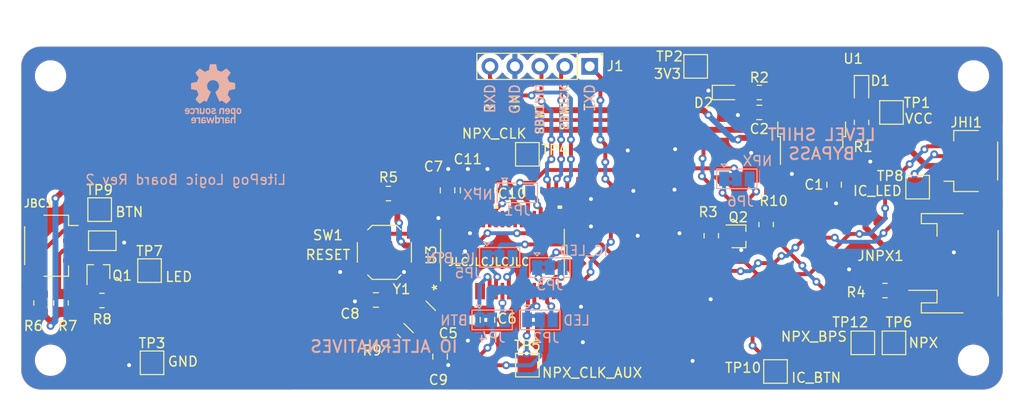
<source format=kicad_pcb>
(kicad_pcb (version 20221018) (generator pcbnew)
  (layers (0 "F.Cu" signal) (31 "B.Cu" signal) (34 "B.Paste" user) (35 "F.Paste" user) (36 "B.SilkS" user "B.Silkscreen") (37 "F.SilkS" user "F.Silkscreen") (38 "B.Mask" user) (39 "F.Mask" user) (44 "Edge.Cuts" user))
  (net 0 "")
  (net 1 "VCC")
  (net 2 "GND")
  (net 3 "+3V3")
  (net 4 "XIN")
  (net 5 "XOUT")
  (net 6 "Net-(C10-Pad1)")
  (net 7 "Net-(D1-Pad2)")
  (net 8 "Net-(D2-Pad2)")
  (net 9 "UART_RXD")
  (net 10 "SBWTDIO")
  (net 11 "SBWTCK")
  (net 12 "UART_TXD")
  (net 13 "BTN+")
  (net 14 "BTN-")
  (net 15 "LED+")
  (net 16 "LED-")
  (net 17 "IC_BTN_LED")
  (net 18 "BTN2")
  (net 19 "NPX")
  (net 20 "NPX_MCU")
  (net 21 "NPX_AUX")
  (net 22 "NPX_MAIN")
  (net 23 "LED1_AUX")
  (net 24 "LED1_MAIN")
  (net 25 "LED2_AUX")
  (net 26 "LED2_MAIN")
  (net 27 "BTN1_AUX")
  (net 28 "BTN1_MAIN")
  (net 29 "BTN2_AUX")
  (net 30 "BTN2_MAIN")
  (net 31 "NPX_MCU_BYPASS")
  (net 32 "NPX_MCU_SHIFT")
  (net 33 "LED1")
  (net 34 "NPX_DBG_CLK_MAIN")
  (net 35 "NPX_DBG_CLK_AUX")
  (footprint "Capacitor_SMD:C_0805_2012Metric" (layer "F.Cu") (at 82.804 14.097 90)
    (fp_text reference "C1")
    (fp_text value "10u")
  )
  (footprint "Capacitor_SMD:C_0805_2012Metric" (layer "F.Cu") (at 75.184 6.731 180)
    (fp_text reference "C2")
    (fp_text value "10u")
  )
  (footprint "Capacitor_SMD:C_0805_2012Metric" (layer "F.Cu") (at 45.466 27.884 -90)
    (fp_text reference "C5")
    (fp_text value "0.1u")
  )
  (footprint "Capacitor_SMD:C_0805_2012Metric" (layer "F.Cu") (at 47.498 27.884 90)
    (fp_text reference "C6")
    (fp_text value "4.7u")
  )
  (footprint "Capacitor_SMD:C_0805_2012Metric" (layer "F.Cu") (at 43.434 14.676 90)
    (fp_text reference "C7")
    (fp_text value "4.7u")
  )
  (footprint "Capacitor_SMD:C_0805_2012Metric" (layer "F.Cu") (at 36.134 25.852 180)
    (fp_text reference "C8")
    (fp_text value "15p")
  )
  (footprint "Capacitor_SMD:C_0805_2012Metric" (layer "F.Cu") (at 47.498 14.676 90)
    (fp_text reference "C10")
    (fp_text value "0.47u")
  )
  (footprint "LED_SMD:LED_0603_1608Metric" (layer "F.Cu") (at 85.598 4.445 -90)
    (fp_text reference "D1")
    (fp_text value "LED")
  )
  (footprint "LED_SMD:LED_0603_1608Metric" (layer "F.Cu") (at 71.882 4.699)
    (fp_text reference "D2")
    (fp_text value "LED")
  )
  (footprint "MountingHole:MountingHole_2.7mm_M2.5" (layer "F.Cu") (at 3 3)
    (fp_text reference "H1" hide)
    (fp_text value "MountingHole")
  )
  (footprint "MountingHole:MountingHole_2.7mm_M2.5" (layer "F.Cu") (at 3 32)
    (fp_text reference "H2" hide)
    (fp_text value "MountingHole")
  )
  (footprint "MountingHole:MountingHole_2.7mm_M2.5" (layer "F.Cu") (at 97 32)
    (fp_text reference "H3" hide)
    (fp_text value "MountingHole")
  )
  (footprint "MountingHole:MountingHole_2.7mm_M2.5" (layer "F.Cu") (at 97 3)
    (fp_text reference "H4" hide)
    (fp_text value "MountingHole")
  )
  (footprint "Connector_PinHeader_2.54mm:PinHeader_1x05_P2.54mm_Vertical" (layer "F.Cu") (at 57.912 2.032 -90)
    (fp_text reference "J1")
    (fp_text value "Conn_01x05_Male")
  )
  (footprint "Jumper:SolderJumper-2_P1.3mm_Bridged2Bar_Pad1.0x1.5mm" (layer "F.Cu") (at 8.27 19.812 180)
    (fp_text reference "JP11" hide)
    (fp_text value "Jumper")
  )
  (footprint "Package_TO_SOT_SMD:SOT-323_SC-70" (layer "F.Cu") (at 7.874 22.987 90)
    (fp_text reference "Q1")
    (fp_text value "BSS214NW")
  )
  (footprint "Resistor_SMD:R_0805_2012Metric" (layer "F.Cu") (at 85.598 7.747 90)
    (fp_text reference "R1")
    (fp_text value "110R")
  )
  (footprint "Resistor_SMD:R_0805_2012Metric" (layer "F.Cu") (at 75.184 4.699 180)
    (fp_text reference "R2")
    (fp_text value "110R")
  )
  (footprint "Resistor_SMD:R_0805_2012Metric" (layer "F.Cu") (at 87.9875 24.892)
    (fp_text reference "R4")
    (fp_text value "470R")
  )
  (footprint "Resistor_SMD:R_0805_2012Metric" (layer "F.Cu") (at 37.4125 15)
    (fp_text reference "R5")
    (fp_text value "47k")
  )
  (footprint "Resistor_SMD:R_0805_2012Metric" (layer "F.Cu") (at 2.032 26.162 -90)
    (fp_text reference "R6")
    (fp_text value "10k")
  )
  (footprint "Resistor_SMD:R_0805_2012Metric" (layer "F.Cu") (at 4.064 26.162 -90)
    (fp_text reference "R7")
    (fp_text value "110R")
  )
  (footprint "Resistor_SMD:R_0805_2012Metric" (layer "F.Cu") (at 8.2315 25.908 180)
    (fp_text reference "R8")
    (fp_text value "10k")
  )
  (footprint "TestPoint:TestPoint_Pad_2.0x2.0mm" (layer "F.Cu") (at 88.646 6.731)
    (fp_text reference "TP1")
    (fp_text value "TestPoint")
  )
  (footprint "TestPoint:TestPoint_Pad_2.0x2.0mm" (layer "F.Cu") (at 68.707 2.032)
    (fp_text reference "TP2")
    (fp_text value "TestPoint")
  )
  (footprint "TestPoint:TestPoint_Pad_2.0x2.0mm" (layer "F.Cu") (at 13.335 32.258)
    (fp_text reference "TP3")
    (fp_text value "TestPoint")
  )
  (footprint "TestPoint:TestPoint_Pad_2.0x2.0mm" (layer "F.Cu") (at 51.562 11)
    (fp_text reference "TP4")
    (fp_text value "TestPoint")
  )
  (footprint "TestPoint:TestPoint_Pad_2.0x2.0mm" (layer "F.Cu") (at 51.562 32.5)
    (fp_text reference "TP5")
    (fp_text value "TestPoint")
  )
  (footprint "TestPoint:TestPoint_Pad_2.0x2.0mm" (layer "F.Cu") (at 88.9 30.226)
    (fp_text reference "TP6")
    (fp_text value "TestPoint")
  )
  (footprint "TestPoint:TestPoint_Pad_2.0x2.0mm" (layer "F.Cu") (at 13.081 22.86)
    (fp_text reference "TP7")
    (fp_text value "TestPoint")
  )
  (footprint "TestPoint:TestPoint_Pad_2.0x2.0mm" (layer "F.Cu") (at 91.313 14.351)
    (fp_text reference "TP8")
    (fp_text value "TestPoint")
  )
  (footprint "TestPoint:TestPoint_Pad_2.0x2.0mm" (layer "F.Cu") (at 76.835 33.147)
    (fp_text reference "TP10")
    (fp_text value "TestPoint")
  )
  (footprint "TestPoint:TestPoint_Pad_2.0x2.0mm" (layer "F.Cu") (at 85.725 30.226)
    (fp_text reference "TP12")
    (fp_text value "TestPoint")
  )
  (footprint "Package_TO_SOT_SMD:TO-252-2" (layer "F.Cu") (at 80.518 6.731 90)
    (fp_text reference "U1")
    (fp_text value "NCP1117-3.3_TO252")
  )
  (footprint "Gigahawk:MSP430FR5739IDAR" (layer "F.Cu") (at 49.022 21.28 90)
    (fp_text reference "U3")
    (fp_text value "MSP430FR5739IDAR" hide)
  )
  (footprint "Gigahawk:Crystal_SMD_AWSZT-CV-2Pin_3.7x3.1mm" (layer "F.Cu") (at 40.59534 27.58534 135)
    (fp_text reference "Y1")
    (fp_text value "Crystal")
  )
  (footprint "Gigahawk:JST_SH_SM04B-SRSS-TB_1x04-1MP_P1.00mm_Horizontal" (layer "F.Cu") (at 3.048 20.32 -90)
    (fp_text reference "JBC1")
    (fp_text value "Conn_01x04")
  )
  (footprint "Gigahawk:JST_SH_SM04B-SRSS-TB_1x04-1MP_P1.00mm_Horizontal" (layer "F.Cu") (at 96.774 11.684 90)
    (fp_text reference "JHI1")
    (fp_text value "Conn_01x04")
  )
  (footprint "Capacitor_SMD:C_0805_2012Metric" (layer "F.Cu") (at 42.672 31.628 90)
    (fp_text reference "C9")
    (fp_text value "15p")
  )
  (footprint "Capacitor_SMD:C_0805_2012Metric" (layer "F.Cu") (at 45.466 14.676 90)
    (fp_text reference "C11")
    (fp_text value "0.1u")
  )
  (footprint "Button_Switch_SMD:SW_SPST_TL3342" (layer "F.Cu") (at 37 21)
    (fp_text reference "SW1")
    (fp_text value "SW_Push")
  )
  (footprint "TestPoint:TestPoint_Pad_2.0x2.0mm" (layer "F.Cu") (at 8.001 16.637)
    (fp_text reference "TP9")
    (fp_text value "TestPoint")
  )
  (footprint "Resistor_SMD:R_0805_2012Metric" (layer "F.Cu") (at 37.962765 30.032765 -45)
    (fp_text reference "R9")
    (fp_text value "1M")
  )
  (footprint "Resistor_SMD:R_0805_2012Metric" (layer "F.Cu") (at 70.2945 19.304 90)
    (fp_text reference "R3")
    (fp_text value "10k")
  )
  (footprint "Resistor_SMD:R_0805_2012Metric" (layer "F.Cu") (at 75.8825 18.161 90)
    (fp_text reference "R10")
    (fp_text value "10k")
  )
  (footprint "Package_TO_SOT_SMD:SOT-323_SC-70" (layer "F.Cu") (at 73.0885 19.3675)
    (fp_text reference "Q2")
    (fp_text value "BSS214NW")
  )
  (footprint "Gigahawk:JST_PH_S3B-PH-SM4-TB_1x03-1MP_P2.00mm_Horizontal" (layer "F.Cu") (at 94.996 22.11 90)
    (fp_text reference "JNPX1")
    (fp_text value "Conn_01x03")
  )
  (footprint "Jumper:SolderJumper-3_P1.3mm_Bridged2Bar12_Pad1.0x1.5mm" (layer "B.Cu") (at 50.546 14.93)
    (fp_text reference "JP1")
    (fp_text value "Jumper_3_Bridged12")
  )
  (footprint "Jumper:SolderJumper-3_P1.3mm_Bridged2Bar12_Pad1.0x1.5mm" (layer "B.Cu") (at 52.832 27.884)
    (fp_text reference "JP2")
    (fp_text value "Jumper_3_Bridged12")
  )
  (footprint "Jumper:SolderJumper-3_P1.3mm_Bridged2Bar12_Pad1.0x1.5mm" (layer "B.Cu") (at 53.848 22.55)
    (fp_text reference "JP3")
    (fp_text value "Jumper_3_Bridged12")
  )
  (footprint "Jumper:SolderJumper-3_P1.3mm_Bridged2Bar12_Pad1.0x1.5mm" (layer "B.Cu") (at 47.976 27.884)
    (fp_text reference "JP4")
    (fp_text value "Jumper_3_Bridged12")
  )
  (footprint "Jumper:SolderJumper-3_P1.3mm_Bridged2Bar12_Pad1.0x1.5mm" (layer "B.Cu") (at 48.738 21.5)
    (fp_text reference "JP5")
    (fp_text value "Jumper_3_Bridged12")
  )
  (footprint "Jumper:SolderJumper-3_P1.3mm_Bridged2Bar12_Pad1.0x1.5mm" (layer "B.Cu") (at 72.898 13.5)
    (fp_text reference "JP6")
    (fp_text value "Jumper_3_Bridged12")
  )
  (footprint "Symbol:OSHW-Logo_5.7x6mm_SilkScreen" (layer "B.Cu") (at 19.558 4.826 180)
    (fp_text reference "LOGO1" hide)
    (fp_text value "Logo_Open_Hardware_Small" hide)
  )
  (gr_line (start 2 0) (end 98 0) (stroke (width 0.05)) (layer "Edge.Cuts"))
  (gr_arc (start 98 0) (mid 99.414214 0.585786) (end 100 2) (stroke (width 0.05)) (layer "Edge.Cuts"))
  (gr_line (start 0 2) (end 0 33) (stroke (width 0.05)) (layer "Edge.Cuts"))
  (gr_line (start 2 35) (end 98 35) (stroke (width 0.05)) (layer "Edge.Cuts"))
  (gr_arc (start 100 33) (mid 99.414214 34.414214) (end 98 35) (stroke (width 0.05)) (layer "Edge.Cuts"))
  (gr_arc (start 2 35) (mid 0.585786 34.414214) (end 0 33) (stroke (width 0.05)) (layer "Edge.Cuts"))
  (gr_arc (start 0 2) (mid 0.585786 0.585786) (end 2 0) (stroke (width 0.05)) (layer "Edge.Cuts"))
  (gr_line (start 100 2) (end 100 33) (stroke (width 0.05)) (layer "Edge.Cuts"))
  (gr_text "BTN" (at 45.593 27.94) (layer "B.SilkS") (effects (font (size 1 1)) (justify left mirror)))
  (gr_text "IO ALTERNATIVES" (at 36.957 30.607) (layer "B.SilkS") (effects (font (size 1.2 1.2) (thickness 0.2)) (justify mirror)))
  (gr_text "IC_LED" (at 54.737 20.828) (layer "B.SilkS") (effects (font (size 1 1)) (justify right mirror)))
  (gr_text "RXD" (at 47.679381 3.75 270) (layer "B.SilkS") (effects (font (size 1 1)) (justify right mirror)))
  (gr_text "GND" (at 50.187619 3.75 270) (layer "B.SilkS") (effects (font (size 1 1)) (justify right mirror)))
  (gr_text "SBWTDIO" (at 52.752762 3.75 270) (layer "B.SilkS") (effects (font (size 0.8 0.8)) (justify right mirror)))
  (gr_text "SBWTCK" (at 55.254714 3.75 270) (layer "B.SilkS") (effects (font (size 0.8 0.8)) (justify right mirror)))
  (gr_text "TXD" (at 57.855286 3.75 270) (layer "B.SilkS") (effects (font (size 1 1)) (justify right mirror)))
  (gr_text "LEVEL SHIFT\nBYPASS" (at 81.534 9.9695) (layer "B.SilkS") (effects (font (size 1.2 1.2) (thickness 0.2)) (justify mirror)))
  (gr_text "LitePog Logic Board Rev 2" (at 16.764 13.589) (layer "B.SilkS") (effects (font (size 1 1)) (justify mirror)))
  (gr_text "NPX" (at 73.406 11.684) (layer "B.SilkS") (effects (font (size 1 1)) (justify right mirror)))
  (gr_text "LED" (at 55.118 27.94) (layer "B.SilkS") (effects (font (size 1 1)) (justify right mirror)))
  (gr_text "IC_BTN" (at 46.355 21.59) (layer "B.SilkS") (effects (font (size 1 1)) (justify left mirror)))
  (gr_text "NPX" (at 48.133 15.113) (layer "B.SilkS") (effects (font (size 1 1)) (justify left mirror)))
  (gr_text "3V3" (at 67.31 2.794) (layer "F.SilkS") (effects (font (size 1 1)) (justify right)))
  (gr_text "NPX_CLK_AUX" (at 52.959 33.274) (layer "F.SilkS") (effects (font (size 1 1)) (justify left)))
  (gr_text "BTN" (at 9.525 16.891) (layer "F.SilkS") (effects (font (size 1 1)) (justify left)))
  (gr_text "GND" (at 50.292 3.75 90) (layer "F.SilkS") (effects (font (size 1 1)) (justify right)))
  (gr_text "SBWTDIO" (at 52.832 3.75 90) (layer "F.SilkS") (effects (font (size 0.8 0.8)) (justify right)))
  (gr_text "SBWTCK" (at 55.372 3.75 90) (layer "F.SilkS") (effects (font (size 0.8 0.8)) (justify right)))
  (gr_text "TXD" (at 57.912 3.75 90) (layer "F.SilkS") (effects (font (size 1 1)) (justify right)))
  (gr_text "NPX_CLK" (at 51.562 8.89) (layer "F.SilkS") (effects (font (size 1 1)) (justify right)))
  (gr_text "NPX" (at 90.297 30.226) (layer "F.SilkS") (effects (font (size 1 1)) (justify left)))
  (gr_text "LED" (at 14.605 23.495) (layer "F.SilkS") (effects (font (size 1 1)) (justify left)))
  (gr_text "VCC" (at 89.916 7.366) (layer "F.SilkS") (effects (font (size 1 1)) (justify left)))
  (gr_text "IC_LED" (at 89.789 14.732) (layer "F.SilkS") (effects (font (size 1 1)) (justify right)))
  (gr_text "JLCJLCJLCJLC" (at 47.625 21.971) (layer "F.SilkS") (effects (font (size 0.8 0.8))))
  (gr_text "RXD" (at 47.75 3.75 90) (layer "F.SilkS") (effects (font (size 1 1)) (justify right)))
  (gr_text "NPX_BPS" (at 84.201 29.591) (layer "F.SilkS") (effects (font (size 1 1)) (justify right)))
  (gr_text "IC_BTN" (at 78.359 33.782) (layer "F.SilkS") (effects (font (size 1 1)) (justify left)))
  (gr_text "GND" (at 14.859 32.131) (layer "F.SilkS") (effects (font (size 1 1)) (justify left)))
  (gr_text "RESET" (at 31.25 21.25) (layer "F.SilkS") (effects (font (size 1 1))))
  (segment (start 3 28.0425) (end 2.032 27.0745) (width 0.6) (layer "F.Cu") (net 1))
  (segment (start 70 7) (end 69.5 6.5) (width 0.6) (layer "F.Cu") (net 1))
  (segment (start 83.431 10.931) (end 84.8285 12.3285) (width 0.6) (layer "F.Cu") (net 1))
  (segment (start 92.184 12.184) (end 88.6595 8.6595) (width 0.6) (layer "F.Cu") (net 1))
  (segment (start 75.8825 9.517998) (end 75.695501 9.330999) (width 0.4) (layer "F.Cu") (net 1))
  (segment (start 83.3265 10.931) (end 85.598 8.6595) (width 0.6) (layer "F.Cu") (net 1))
  (segment (start 3 28.1385) (end 4.064 27.0745) (width 0.6) (layer "F.Cu") (net 1))
  (segment (start 84.8285 15.1715) (end 82.804 13.147) (width 0.6) (layer "F.Cu") (net 1))
  (segment (start 94.774 12.184) (end 92.184 12.184) (width 0.6) (layer "F.Cu") (net 1))
  (segment (start 92.146 22.11) (end 89.586792 22.11) (width 0.6) (layer "F.Cu") (net 1))
  (segment (start 86.281604 18.804812) (end 86.281604 18.745604) (width 0.6) (layer "F.Cu") (net 1))
  (segment (start 84.8285 12.3285) (end 84.8285 15.1715) (width 0.6) (layer "F.Cu") (net 1))
  (segment (start 75.8825 17.2485) (end 75.8825 9.517998) (width 0.4) (layer "F.Cu") (net 1))
  (segment (start 3 28.5) (end 3 28.0425) (width 0.6) (layer "F.Cu") (net 1))
  (segment (start 88.646 6.731) (end 88.646 8.646) (width 0.6) (layer "F.Cu") (net 1))
  (segment (start 12.5 6.5) (end 3.5 15.5) (width 0.6) (layer "F.Cu") (net 1))
  (segment (start 69.5 6.5) (end 12.5 6.5) (width 0.6) (layer "F.Cu") (net 1))
  (segment (start 88.6595 8.6595) (end 85.598 8.6595) (width 0.6) (layer "F.Cu") (net 1))
  (segment (start 88.646 8.646) (end 88.6595 8.6595) (width 0.6) (layer "F.Cu") (net 1))
  (segment (start 75.695501 9.330999) (end 73.169001 9.330999) (width 0.6) (layer "F.Cu") (net 1))
  (segment (start 82.798 10.931) (end 83.3265 10.931) (width 0.6) (layer "F.Cu") (net 1))
  (segment (start 86 18.464) (end 86 16.343) (width 0.6) (layer "F.Cu") (net 1))
  (segment (start 82.798 10.931) (end 81.197999 9.330999) (width 0.6) (layer "F.Cu") (net 1))
  (segment (start 3 28.5) (end 3 28.1385) (width 0.6) (layer "F.Cu") (net 1))
  (segment (start 86 16.343) (end 84.8285 15.1715) (width 0.6) (layer "F.Cu") (net 1))
  (segment (start 89.586792 22.11) (end 86.281604 18.804812) (width 0.6) (layer "F.Cu") (net 1))
  (segment (start 86.281604 18.745604) (end 86 18.464) (width 0.6) (layer "F.Cu") (net 1))
  (segment (start 82.798 10.931) (end 83.431 10.931) (width 0.6) (layer "F.Cu") (net 1))
  (segment (start 73.169001 9.330999) (end 73 9.5) (width 0.6) (layer "F.Cu") (net 1))
  (segment (start 81.197999 9.330999) (end 75.695501 9.330999) (width 0.6) (layer "F.Cu") (net 1))
  (via (at 70 7) (size 0.8) (drill 0.4) (layers "F.Cu" "B.Cu") (net 1))
  (via (at 73 9.5) (size 0.8) (drill 0.4) (layers "F.Cu" "B.Cu") (net 1))
  (via (at 3.5 15.5) (size 0.8) (drill 0.4) (layers "F.Cu" "B.Cu") (net 1))
  (via (at 3 28.5) (size 0.8) (drill 0.4) (layers "F.Cu" "B.Cu") (net 1))
  (segment (start 3.5 28) (end 3 28.5) (width 0.6) (layer "B.Cu") (net 1))
  (segment (start 72.5 9.5) (end 70 7) (width 0.6) (layer "B.Cu") (net 1))
  (segment (start 73 9.5) (end 72.5 9.5) (width 0.6) (layer "B.Cu") (net 1))
  (segment (start 3.5 15.5) (end 3.5 28) (width 0.6) (layer "B.Cu") (net 1))
  (segment (start 11.242 32.258) (end 11 32.5) (width 0.4) (layer "F.Cu") (net 2))
  (segment (start 44.472001 24.723501) (end 44.399801 24.651301) (width 0.4) (layer "F.Cu") (net 2))
  (segment (start 35.184 25.852) (end 34.148 25.852) (width 0.4) (layer "F.Cu") (net 2))
  (segment (start 43.172002 17.6097) (end 42.6097 17.6097) (width 0.4) (layer "F.Cu") (net 2))
  (segment (start 33.85 22.9) (end 32.6 22.9) (width 0.4) (layer "F.Cu") (net 2))
  (segment (start 46.221998 19.047902) (end 45.72 19.047902) (width 0.4) (layer "F.Cu") (net 2))
  (segment (start 94.86 20.86) (end 95 21) (width 0.6) (layer "F.Cu") (net 2))
  (segment (start 46.422 18.8479) (end 46.221998 19.047902) (width 0.4) (layer "F.Cu") (net 2))
  (segment (start 32.6 22.9) (end 32.5 23) (width 0.4) (layer "F.Cu") (net 2))
  (segment (start 43.434 13.726) (end 43.434 12.566) (width 0.6) (layer "F.Cu") (net 2))
  (segment (start 47.498 12.502) (end 47.5 12.5) (width 0.6) (layer "F.Cu") (net 2))
  (segment (start 47.498 28.834) (end 45.466 28.834) (width 0.6) (layer "F.Cu") (net 2))
  (segment (start 47.498 28.834) (end 47.498 29.002) (width 0.6) (layer "F.Cu") (net 2))
  (segment (start 43.507702 22.9) (end 40.15 22.9) (width 0.4) (layer "F.Cu") (net 2))
  (segment (start 40.15 22.9) (end 39.1 22.9) (width 0.4) (layer "F.Cu") (net 2))
  (segment (start 34.148 25.852) (end 34 26) (width 0.4) (layer "F.Cu") (net 2))
  (segment (start 43.434 12.566) (end 43.5 12.5) (width 0.6) (layer "F.Cu") (net 2))
  (segment (start 42.672 32.578) (end 43.422 32.578) (width 0.4) (layer "F.Cu") (net 2))
  (segment (start 45.466 12.534) (end 45.5 12.5) (width 0.6) (layer "F.Cu") (net 2))
  (segment (start 39.1 22.9) (end 39 23) (width 0.4) (layer "F.Cu") (net 2))
  (segment (start 45.466 29.966) (end 45.5 30) (width 0.6) (layer "F.Cu") (net 2))
  (segment (start 74.234 6.731) (end 73.269 6.731) (width 0.6) (layer "F.Cu") (net 2))
  (segment (start 46.422 17.6097) (end 46.422 18.8479) (width 0.4) (layer "F.Cu") (net 2))
  (segment (start 45.466 13.726) (end 45.466 12.534) (width 0.6) (layer "F.Cu") (net 2))
  (segment (start 44.399801 24.651301) (end 44.399801 23.792099) (width 0.4) (layer "F.Cu") (net 2))
  (segment (start 47.498 13.726) (end 47.498 12.502) (width 0.6) (layer "F.Cu") (net 2))
  (segment (start 70.199 4.699) (end 70 4.5) (width 0.4) (layer "F.Cu") (net 2))
  (segment (start 78.238 10.931) (end 78.238 12.738) (width 0.6) (layer "F.Cu") (net 2))
  (segment (start 78.238 12.738) (end 78.5 13) (width 0.6) (layer "F.Cu") (net 2))
  (segment (start 10.312 19.812) (end 10.5 20) (width 0.4) (layer "F.Cu") (net 2))
  (segment (start 42.6097 17.6097) (end 42.5 17.5) (width 0.4) (layer "F.Cu") (net 2))
  (segment (start 71.0945 4.699) (end 70.199 4.699) (width 0.4) (layer "F.Cu") (net 2))
  (segment (start 43.422 32.578) (end 43.5 32.5) (width 0.4) (layer "F.Cu") (net 2))
  (segment (start 44.399801 23.792099) (end 43.507702 22.9) (width 0.4) (layer "F.Cu") (net 2))
  (segment (start 13.335 32.258) (end 11.242 32.258) (width 0.4) (layer "F.Cu") (net 2))
  (segment (start 82.804 15.047) (end 82.804 15.804) (width 0.6) (layer "F.Cu") (net 2))
  (segment (start 44.472001 24.9503) (end 44.472001 24.723501) (width 0.4) (layer "F.Cu") (net 2))
  (segment (start 45.466 28.834) (end 45.466 29.966) (width 0.6) (layer "F.Cu") (net 2))
  (segment (start 82.804 15.804) (end 83 16) (width 0.6) (layer "F.Cu") (net 2))
  (segment (start 8.92 19.812) (end 10.312 19.812) (width 0.4) (layer "F.Cu") (net 2))
  (segment (start 73.269 6.731) (end 73 7) (width 0.6) (layer "F.Cu") (net 2))
  (via (at 45.5 12.5) (size 0.8) (drill 0.4) (layers "F.Cu" "B.Cu") (net 2))
  (via (at 70.231 25.781) (size 0.8) (drill 0.4) (layers "F.Cu" "B.Cu") (net 2))
  (via (at 34 26) (size 0.8) (drill 0.4) (layers "F.Cu" "B.Cu") (net 2))
  (via (at 42.5 17.5) (size 0.8) (drill 0.4) (layers "F.Cu" "B.Cu") (net 2))
  (via (at 86.487 11.7475) (size 0.8) (drill 0.4) (layers "F.Cu" "B.Cu") (net 2))
  (via (at 45.212 20.8915) (size 0.8) (drill 0.4) (layers "F.Cu" "B.Cu") (net 2))
  (via (at 95 21) (size 0.8) (drill 0.4) (layers "F.Cu" "B.Cu") (net 2))
  (via (at 10.5 20) (size 0.8) (drill 0.4) (layers "F.Cu" "B.Cu") (net 2))
  (via (at 32.5 23) (size 0.8) (drill 0.4) (layers "F.Cu" "B.Cu") (net 2))
  (via (at 66.6115 10.4775) (size 0.8) (drill 0.4) (layers "F.Cu" "B.Cu") (net 2))
  (via (at 74.3585 10.8585) (size 0.8) (drill 0.4) (layers "F.Cu" "B.Cu") (net 2))
  (via (at 73.3425 20.7645) (size 0.8) (drill 0.4) (layers "F.Cu" "B.Cu") (net 2))
  (via (at 67.056 19.05) (size 0.8) (drill 0.4) (layers "F.Cu" "B.Cu") (net 2))
  (via (at 57.2135 30.1625) (size 0.8) (drill 0.4) (layers "F.Cu" "B.Cu") (net 2))
  (via (at 66.548 14.605) (size 0.8) (drill 0.4) (layers "F.Cu" "B.Cu") (net 2))
  (via (at 61.7855 10.6045) (size 0.8) (drill 0.4) (layers "F.Cu" "B.Cu") (net 2))
  (via (at 84.328 22.733) (size 0.8) (drill 0.4) (layers "F.Cu" "B.Cu") (net 2))
  (via (at 43.5 12.5) (size 0.8) (drill 0.4) (layers "F.Cu" "B.Cu") (net 2))
  (via (at 78.5 13) (size 0.8) (drill 0.4) (layers "F.Cu" "B.Cu") (net 2))
  (via (at 83 16) (size 0.8) (drill 0.4) (layers "F.Cu" "B.Cu") (net 2))
  (via (at 47.5 12.5) (size 0.8) (drill 0.4) (layers "F.Cu" "B.Cu") (net 2))
  (via (at 57.023 26.543) (size 0.8) (drill 0.4) (layers "F.Cu" "B.Cu") (net 2))
  (via (at 70 4.5) (size 0.8) (drill 0.4) (layers "F.Cu" "B.Cu") (net 2))
  (via (at 68.3895 32.0675) (size 0.8) (drill 0.4) (layers "F.Cu" "B.Cu") (net 2))
  (via (at 58.039 15.5575) (size 0.8) (drill 0.4) (layers "F.Cu" "B.Cu") (net 2))
  (via (at 43.5 32.5) (size 0.8) (drill 0.4) (layers "F.Cu" "B.Cu") (net 2))
  (via (at 45.5 30) (size 0.8) (drill 0.4) (layers "F.Cu" "B.Cu") (net 2))
  (via (at 39 23) (size 0.8) (drill 0.4) (layers "F.Cu" "B.Cu") (net 2))
  (via (at 62.8015 19.304) (size 0.8) (drill 0.4) (layers "F.Cu" "B.Cu") (net 2))
  (via (at 62.357 14.732) (size 0.8) (drill 0.4) (layers "F.Cu" "B.Cu") (net 2))
  (via (at 58.039 18.3515) (size 0.8) (drill 0.4) (layers "F.Cu" "B.Cu") (net 2))
  (via (at 11 32.5) (size 0.8) (drill 0.4) (layers "F.Cu" "B.Cu") (net 2))
  (via (at 45.72 19.047902) (size 0.8) (drill 0.4) (layers "F.Cu" "B.Cu") (net 2))
  (via (at 73 7) (size 0.8) (drill 0.4) (layers "F.Cu" "B.Cu") (net 2))
  (segment (start 77.919 2.032) (end 80.518 4.631) (width 0.6) (layer "F.Cu") (net 3))
  (segment (start 43.434 15.626) (end 42.626 15.626) (width 0.6) (layer "F.Cu") (net 3))
  (segment (start 72.0885 18.7175) (end 70.6205 18.7175) (width 0.4) (layer "F.Cu") (net 3))
  (segment (start 45.466 15.626) (end 43.434 15.626) (width 0.6) (layer "F.Cu") (net 3))
  (segment (start 45.122 23.289998) (end 45.122 23.632037) (width 0.6) (layer "F.Cu") (net 3))
  (segment (start 45.122 24.9503) (end 45.122 23.622) (width 0.4) (layer "F.Cu") (net 3))
  (segment (start 68.707 2.032) (end 77.919 2.032) (width 0.6) (layer "F.Cu") (net 3))
  (segment (start 40.25 13.25) (end 40.25 11.25) (width 0.6) (layer "F.Cu") (net 3))
  (segment (start 76.134 7.866) (end 75.5 8.5) (width 0.6) (layer "F.Cu") (net 3))
  (segment (start 42.132001 20.299999) (end 45.122 23.289998) (width 0.6) (layer "F.Cu") (net 3))
  (segment (start 45.122 24.9503) (end 45.122 26.59) (width 0.4) (layer "F.Cu") (net 3))
  (segment (start 70.2945 14.18564) (end 70.2945 18.3915) (width 0.4) (layer "F.Cu") (net 3))
  (segment (start 42.626 15.626) (end 40.25 13.25) (width 0.6) (layer "F.Cu") (net 3))
  (segment (start 45.772001 17.6097) (end 45.772001 15.932001) (width 0.4) (layer "F.Cu") (net 3))
  (segment (start 38.325 15) (end 38.325 17.825) (width 0.6) (layer "F.Cu") (net 3))
  (segment (start 69.342 13.23314) (end 70.2945 14.18564) (width 0.4) (layer "F.Cu") (net 3))
  (segment (start 38.325 17.825) (end 38.5 18) (width 0.6) (layer "F.Cu") (net 3))
  (segment (start 43 8.5) (end 40.25 11.25) (width 0.6) (layer "F.Cu") (net 3))
  (segment (start 45.122 26.59) (end 45.466 26.934) (width 0.4) (layer "F.Cu") (net 3))
  (segment (start 69.5 11.3355) (end 69.4055 11.43) (width 0.4) (layer "F.Cu") (net 3))
  (segment (start 78.418 6.731) (end 80.518 4.631) (width 0.6) (layer "F.Cu") (net 3))
  (segment (start 45.772001 15.932001) (end 45.466 15.626) (width 0.4) (layer "F.Cu") (net 3))
  (segment (start 45.122 23.632037) (end 45.148131 23.658168) (width 0.6) (layer "F.Cu") (net 3))
  (segment (start 39.099997 20.299999) (end 42.132001 20.299999) (width 0.6) (layer "F.Cu") (net 3))
  (segment (start 80.45 4.699) (end 80.518 4.631) (width 0.6) (layer "F.Cu") (net 3))
  (segment (start 76.134 6.731) (end 76.134 7.866) (width 0.6) (layer "F.Cu") (net 3))
  (segment (start 69.5 8.5) (end 69.5 11.3355) (width 0.4) (layer "F.Cu") (net 3))
  (segment (start 45.466 26.934) (end 47.498 26.934) (width 0.6) (layer "F.Cu") (net 3))
  (segment (start 76.0965 4.699) (end 80.45 4.699) (width 0.6) (layer "F.Cu") (net 3))
  (segment (start 70.6205 18.7175) (end 70.2945 18.3915) (width 0.4) (layer "F.Cu") (net 3))
  (segment (start 77.792 1.905) (end 80.518 4.631) (width 0.6) (layer "F.Cu") (net 3))
  (segment (start 38.699998 19.9) (end 39.099997 20.299999) (width 0.6) (layer "F.Cu") (net 3))
  (segment (start 76.134 6.731) (end 78.418 6.731) (width 0.6) (layer "F.Cu") (net 3))
  (segment (start 75.5 8.5) (end 69.5 8.5) (width 0.6) (layer "F.Cu") (net 3))
  (segment (start 38.325 13.175) (end 38.325 15) (width 0.6) (layer "F.Cu") (net 3))
  (segment (start 40.25 11.25) (end 38.325 13.175) (width 0.6) (layer "F.Cu") (net 3))
  (segment (start 69.5 8.5) (end 43 8.5) (width 0.6) (layer "F.Cu") (net 3))
  (via (at 38.699998 19.9) (size 0.8) (drill 0.4) (layers "F.Cu" "B.Cu") (net 3))
  (via (at 69.342 13.23314) (size 0.8) (drill 0.4) (layers "F.Cu" "B.Cu") (net 3))
  (via (at 69.4055 11.43) (size 0.8) (drill 0.4) (layers "F.Cu" "B.Cu") (net 3))
  (via (at 38.5 18) (size 0.8) (drill 0.4) (layers "F.Cu" "B.Cu") (net 3))
  (segment (start 38.5 19.700002) (end 38.699998 19.9) (width 0.6) (layer "B.Cu") (net 3))
  (segment (start 38.5 18) (end 38.5 19.700002) (width 0.6) (layer "B.Cu") (net 3))
  (segment (start 69.4055 13.16964) (end 69.342 13.23314) (width 0.4) (layer "B.Cu") (net 3))
  (segment (start 69.4055 11.43) (end 69.4055 13.16964) (width 0.4) (layer "B.Cu") (net 3))
  (segment (start 41.597619 26.52468) (end 43.171999 24.9503) (width 0.4) (layer "F.Cu") (net 4))
  (segment (start 37.084 25.852) (end 38.862 25.852) (width 0.4) (layer "F.Cu") (net 4))
  (segment (start 37.31753 29.38753) (end 37.31753 28.74183) (width 0.4) (layer "F.Cu") (net 4))
  (segment (start 38.862 25.852) (end 39.53468 26.52468) (width 0.4) (layer "F.Cu") (net 4))
  (segment (start 39.53468 26.52468) (end 41.597619 26.52468) (width 0.4) (layer "F.Cu") (net 4))
  (segment (start 37.31753 28.74183) (end 39.53468 26.52468) (width 0.4) (layer "F.Cu") (net 4))
  (segment (start 41.656 28.646) (end 41.656 29.662) (width 0.4) (layer "F.Cu") (net 5))
  (segment (start 38.608 30.678) (end 39.624 30.678) (width 0.4) (layer "F.Cu") (net 5))
  (segment (start 43.822 27.187106) (end 43.822 24.9503) (width 0.4) (layer "F.Cu") (net 5))
  (segment (start 39.624 30.678) (end 41.656 28.646) (width 0.4) (layer "F.Cu") (net 5))
  (segment (start 42.363106 28.646) (end 43.822 27.187106) (width 0.4) (layer "F.Cu") (net 5))
  (segment (start 41.656 28.646) (end 42.363106 28.646) (width 0.4) (layer "F.Cu") (net 5))
  (segment (start 41.656 29.662) (end 42.672 30.678) (width 0.4) (layer "F.Cu") (net 5))
  (segment (start 47.072001 16.051999) (end 47.498 15.626) (width 0.4) (layer "F.Cu") (net 6))
  (segment (start 47.072001 17.6097) (end 47.072001 16.051999) (width 0.4) (layer "F.Cu") (net 6))
  (segment (start 85.598 6.8345) (end 85.598 5.2325) (width 0.4) (layer "F.Cu") (net 7))
  (segment (start 74.2715 4.699) (end 72.6695 4.699) (width 0.4) (layer "F.Cu") (net 8))
  (segment (start 56 11.5) (end 56 9.5) (width 0.4) (layer "F.Cu") (net 9))
  (segment (start 47.752 3.252) (end 49.5 5) (width 0.4) (layer "F.Cu") (net 9))
  (segment (start 47.752 2.032) (end 47.752 3.252) (width 0.4) (layer "F.Cu") (net 9))
  (segment (start 55.629602 16.852099) (end 55.629602 13.552341) (width 0.4) (layer "F.Cu") (net 9))
  (segment (start 54.872001 17.6097) (end 55.629602 16.852099) (width 0.4) (layer "F.Cu") (net 9))
  (segment (start 49.5 5) (end 52 5) (width 0.4) (layer "F.Cu") (net 9))
  (via (at 55.629602 13.552341) (size 0.8) (drill 0.4) (layers "F.Cu" "B.Cu") (net 9))
  (via (at 56 9.5) (size 0.8) (drill 0.4) (layers "F.Cu" "B.Cu") (net 9))
  (via (at 52 5) (size 0.8) (drill 0.4) (layers "F.Cu" "B.Cu") (net 9))
  (via (at 56 11.5) (size 0.8) (drill 0.4) (layers "F.Cu" "B.Cu") (net 9))
  (segment (start 55.384001 4.699999) (end 52.300001 4.699999) (width 0.4) (layer "B.Cu") (net 9))
  (segment (start 56 9.5) (end 56 5.315998) (width 0.4) (layer "B.Cu") (net 9))
  (segment (start 56 13.181943) (end 56 11.5) (width 0.4) (layer "B.Cu") (net 9))
  (segment (start 56 5.315998) (end 55.384001 4.699999) (width 0.4) (layer "B.Cu") (net 9))
  (segment (start 52.300001 4.699999) (end 52 5) (width 0.4) (layer "B.Cu") (net 9))
  (segment (start 55.629602 13.552341) (end 56 13.181943) (width 0.4) (layer "B.Cu") (net 9))
  (segment (start 53.572001 17.6097) (end 53.572001 16.523697) (width 0.4) (layer "F.Cu") (net 10))
  (segment (start 53 2.2) (end 52.832 2.032) (width 0.4) (layer "F.Cu") (net 10))
  (segment (start 53.219801 19.047901) (end 50.500017 19.047901) (width 0.4) (layer "F.Cu") (net 10))
  (segment (start 53.572001 18.695701) (end 53.219801 19.047901) (width 0.4) (layer "F.Cu") (net 10))
  (segment (start 53.572001 17.6097) (end 53.572001 18.695701) (width 0.4) (layer "F.Cu") (net 10))
  (segment (start 43.847903 19.847903) (end 46.69823 19.847903) (width 0.4) (layer "F.Cu") (net 10))
  (segment (start 53.724199 16.371499) (end 53.724199 13.724199) (width 0.4) (layer "F.Cu") (net 10))
  (segment (start 53.572001 16.523697) (end 53.724199 16.371499) (width 0.4) (layer "F.Cu") (net 10))
  (segment (start 40.15 19.1) (end 43.1 19.1) (width 0.4) (layer "F.Cu") (net 10))
  (segment (start 53 5.6) (end 53 2.2) (width 0.4) (layer "F.Cu") (net 10))
  (segment (start 36.5 15) (end 36.5 16.45) (width 0.4) (layer "F.Cu") (net 10))
  (segment (start 40.204012 19.045988) (end 40.15 19.1) (width 0.4) (layer "F.Cu") (net 10))
  (segment (start 53.724199 13.724199) (end 53.565686 13.565686) (width 0.4) (layer "F.Cu") (net 10))
  (segment (start 40.15 19.1) (end 33.85 19.1) (width 0.4) (layer "F.Cu") (net 10))
  (segment (start 43.1 19.1) (end 43.847903 19.847903) (width 0.4) (layer "F.Cu") (net 10))
  (segment (start 46.69823 19.847903) (end 47.498232 19.047901) (width 0.4) (layer "F.Cu") (net 10))
  (segment (start 54 11.5) (end 54 9.5) (width 0.4) (layer "F.Cu") (net 10))
  (segment (start 36.5 16.45) (end 33.85 19.1) (width 0.4) (layer "F.Cu") (net 10))
  (via (at 53.565686 13.565686) (size 0.8) (drill 0.4) (layers "F.Cu" "B.Cu") (net 10))
  (via (at 47.498232 19.047901) (size 0.8) (drill 0.4) (layers "F.Cu" "B.Cu") (net 10))
  (via (at 54 9.5) (size 0.8) (drill 0.4) (layers "F.Cu" "B.Cu") (net 10))
  (via (at 50.500017 19.047901) (size 0.8) (drill 0.4) (layers "F.Cu" "B.Cu") (net 10))
  (via (at 53 5.6) (size 0.8) (drill 0.4) (layers "F.Cu" "B.Cu") (net 10))
  (via (at 54 11.5) (size 0.8) (drill 0.4) (layers "F.Cu" "B.Cu") (net 10))
  (segment (start 53.565686 13.565686) (end 53.565686 11.934314) (width 0.4) (layer "B.Cu") (net 10))
  (segment (start 53.565686 11.934314) (end 54 11.5) (width 0.4) (layer "B.Cu") (net 10))
  (segment (start 54 9.5) (end 54 6.6) (width 0.4) (layer "B.Cu") (net 10))
  (segment (start 50.500017 19.047901) (end 47.498232 19.047901) (width 0.4) (layer "B.Cu") (net 10))
  (segment (start 47.498232 19.047901) (end 47.496319 19.045988) (width 0.4) (layer "B.Cu") (net 10))
  (segment (start 54 6.6) (end 53 5.6) (width 0.4) (layer "B.Cu") (net 10))
  (segment (start 55 5.5) (end 55 2.404) (width 0.4) (layer "F.Cu") (net 11))
  (segment (start 54.2942 16.577299) (end 54.5 16.371499) (width 0.4) (layer "F.Cu") (net 11))
  (segment (start 54.222 17.6097) (end 54.222 17.222) (width 0.4) (layer "F.Cu") (net 11))
  (segment (start 55 11.5) (end 55 9.5) (width 0.4) (layer "F.Cu") (net 11))
  (segment (start 54.222 17.222) (end 54.2942 17.1498) (width 0.4) (layer "F.Cu") (net 11))
  (segment (start 54.2942 17.1498) (end 54.2942 16.577299) (width 0.4) (layer "F.Cu") (net 11))
  (segment (start 54.5 13.55878) (end 54.563225 13.495555) (width 0.4) (layer "F.Cu") (net 11))
  (segment (start 55 2.404) (end 55.372 2.032) (width 0.4) (layer "F.Cu") (net 11))
  (segment (start 54.5 16.371499) (end 54.5 13.55878) (width 0.4) (layer "F.Cu") (net 11))
  (via (at 55 9.5) (size 0.8) (drill 0.4) (layers "F.Cu" "B.Cu") (net 11))
  (via (at 54.563225 13.495555) (size 0.8) (drill 0.4) (layers "F.Cu" "B.Cu") (net 11))
  (via (at 55 11.5) (size 0.8) (drill 0.4) (layers "F.Cu" "B.Cu") (net 11))
  (via (at 55 5.5) (size 0.8) (drill 0.4) (layers "F.Cu" "B.Cu") (net 11))
  (segment (start 55 13.05878) (end 55 11.5) (width 0.4) (layer "B.Cu") (net 11))
  (segment (start 54.563225 13.495555) (end 55 13.05878) (width 0.4) (layer "B.Cu") (net 11))
  (segment (start 55 9.5) (end 55 5.5) (width 0.4) (layer "B.Cu") (net 11))
  (segment (start 59 3.12) (end 57.912 2.032) (width 0.4) (layer "F.Cu") (net 12))
  (segment (start 54.871998 24.9503) (end 56.21424 24.9503) (width 0.4) (layer "F.Cu") (net 12))
  (segment (start 59.5 11.800001) (end 59.5 10) (width 0.4) (layer "F.Cu") (net 12))
  (segment (start 59 5.5) (end 59 3.12) (width 0.4) (layer "F.Cu") (net 12))
  (segment (start 56.21424 24.9503) (end 58 23.16454) (width 0.4) (layer "F.Cu") (net 12))
  (segment (start 59.5 10) (end 59 9.5) (width 0.4) (layer "F.Cu") (net 12))
  (segment (start 60.065686 14.065686) (end 59.5 13.5) (width 0.4) (layer "F.Cu") (net 12))
  (segment (start 60.065686 19.934314) (end 60.065686 14.065686) (width 0.4) (layer "F.Cu") (net 12))
  (segment (start 58 23.16454) (end 58 23) (width 0.4) (layer "F.Cu") (net 12))
  (via (at 59 5.5) (size 0.8) (drill 0.4) (layers "F.Cu" "B.Cu") (net 12))
  (via (at 59.5 13.5) (size 0.8) (drill 0.4) (layers "F.Cu" "B.Cu") (net 12))
  (via (at 60.065686 19.934314) (size 0.8) (drill 0.4) (layers "F.Cu" "B.Cu") (net 12))
  (via (at 59.5 11.800001) (size 0.8) (drill 0.4) (layers "F.Cu" "B.Cu") (net 12))
  (via (at 58 23) (size 0.8) (drill 0.4) (layers "F.Cu" "B.Cu") (net 12))
  (via (at 59 9.5) (size 0.8) (drill 0.4) (layers "F.Cu" "B.Cu") (net 12))
  (segment (start 59.5 13.5) (end 59.5 11.800001) (width 0.4) (layer "B.Cu") (net 12))
  (segment (start 59 9.5) (end 59 5.5) (width 0.4) (layer "B.Cu") (net 12))
  (segment (start 58 23) (end 58 22) (width 0.4) (layer "B.Cu") (net 12))
  (segment (start 58 22) (end 60.065686 19.934314) (width 0.4) (layer "B.Cu") (net 12))
  (segment (start 12.7 16.637) (end 8.001 16.637) (width 0.4) (layer "F.Cu") (net 13))
  (segment (start 5.048 18.82) (end 4.273 18.82) (width 0.4) (layer "F.Cu") (net 13))
  (segment (start 4.273 18.82) (end 2.47301 20.61999) (width 0.4) (layer "F.Cu") (net 13))
  (segment (start 44.577 33.655) (end 29.718 33.655) (width 0.4) (layer "F.Cu") (net 13))
  (segment (start 29.718 33.655) (end 12.7 16.637) (width 0.4) (layer "F.Cu") (net 13))
  (segment (start 5.818 18.82) (end 8.001 16.637) (width 0.4) (layer "F.Cu") (net 13))
  (segment (start 2.47301 20.61999) (end 2.47301 24.80849) (width 0.4) (layer "F.Cu") (net 13))
  (segment (start 5.048 18.82) (end 5.818 18.82) (width 0.4) (layer "F.Cu") (net 13))
  (segment (start 2.47301 24.80849) (end 2.032 25.2495) (width 0.4) (layer "F.Cu") (net 13))
  (segment (start 47.498 30.734) (end 44.577 33.655) (width 0.4) (layer "F.Cu") (net 13))
  (via (at 47.498 30.734) (size 0.8) (drill 0.4) (layers "F.Cu" "B.Cu") (net 13))
  (segment (start 47.976 30.256) (end 47.498 30.734) (width 0.4) (layer "B.Cu") (net 13))
  (segment (start 48 27.908) (end 47.976 27.884) (width 0.4) (layer "B.Cu") (net 13))
  (segment (start 47.976 27.884) (end 47.976 30.256) (width 0.4) (layer "B.Cu") (net 13))
  (segment (start 5.056 19.812) (end 5.048 19.82) (width 0.4) (layer "F.Cu") (net 14))
  (segment (start 7.62 19.812) (end 5.056 19.812) (width 0.4) (layer "F.Cu") (net 14))
  (segment (start 4.273 20.82) (end 3.87299 21.22001) (width 0.4) (layer "F.Cu") (net 15))
  (segment (start 5.048 20.82) (end 4.273 20.82) (width 0.4) (layer "F.Cu") (net 15))
  (segment (start 3.87299 21.22001) (end 3.87299 25.05849) (width 0.4) (layer "F.Cu") (net 15))
  (segment (start 3.87299 25.05849) (end 4.064 25.2495) (width 0.4) (layer "F.Cu") (net 15))
  (segment (start 5.048 21.82) (end 7.707 21.82) (width 0.4) (layer "F.Cu") (net 16))
  (segment (start 7.707 21.82) (end 7.874 21.987) (width 0.4) (layer "F.Cu") (net 16))
  (segment (start 59.393314 22.893314) (end 73.248814 22.893314) (width 0.4) (layer "F.Cu") (net 17))
  (segment (start 93.184 11.184) (end 93 11) (width 0.4) (layer "F.Cu") (net 17))
  (segment (start 91 13) (end 91 14.038) (width 0.4) (layer "F.Cu") (net 17))
  (segment (start 79.879686 19.497814) (end 82.870814 19.497814) (width 0.4) (layer "F.Cu") (net 17))
  (segment (start 78.861186 20.516314) (end 79.879686 19.497814) (width 0.4) (layer "F.Cu") (net 17))
  (segment (start 75.057 22.098) (end 76.708 22.098) (width 0.4) (layer "F.Cu") (net 17))
  (segment (start 87.839647 19.030853) (end 91.313 15.5575) (width 0.4) (layer "F.Cu") (net 17))
  (segment (start 57.5 21) (end 54.5 21) (width 0.4) (layer "F.Cu") (net 17))
  (segment (start 91 14.038) (end 91.313 14.351) (width 0.4) (layer "F.Cu") (net 17))
  (segment (start 76.708 22.098) (end 77.444064 21.361936) (width 0.4) (layer "F.Cu") (net 17))
  (segment (start 59.393314 22.893314) (end 57.5 21) (width 0.4) (layer "F.Cu") (net 17))
  (segment (start 73.248814 22.893314) (end 73.279 22.9235) (width 0.4) (layer "F.Cu") (net 17))
  (segment (start 91.313 15.5575) (end 91.313 14.351) (width 0.4) (layer "F.Cu") (net 17))
  (segment (start 94.774 11.184) (end 93.184 11.184) (width 0.4) (layer "F.Cu") (net 17))
  (via (at 75.057 22.098) (size 0.8) (drill 0.4) (layers "F.Cu" "B.Cu") (net 17))
  (via (at 77.444064 21.361936) (size 0.8) (drill 0.4) (layers "F.Cu" "B.Cu") (net 17))
  (via (at 73.279 22.9235) (size 0.8) (drill 0.4) (layers "F.Cu" "B.Cu") (net 17))
  (via (at 78.861186 20.516314) (size 0.8) (drill 0.4) (layers "F.Cu" "B.Cu") (net 17))
  (via (at 87.839647 19.030853) (size 0.8) (drill 0.4) (layers "F.Cu" "B.Cu") (net 17))
  (via (at 54.5 21) (size 0.8) (drill 0.4) (layers "F.Cu" "B.Cu") (net 17))
  (via (at 82.870814 19.497814) (size 0.8) (drill 0.4) (layers "F.Cu" "B.Cu") (net 17))
  (via (at 93 11) (size 0.8) (drill 0.4) (layers "F.Cu" "B.Cu") (net 17))
  (via (at 91 13) (size 0.8) (drill 0.4) (layers "F.Cu" "B.Cu") (net 17))
  (segment (start 93 11) (end 91 13) (width 0.4) (layer "B.Cu") (net 17))
  (segment (start 83.291398 19.918398) (end 86.952102 19.918398) (width 0.4) (layer "B.Cu") (net 17))
  (segment (start 78.015564 21.361936) (end 78.861186 20.516314) (width 0.4) (layer "B.Cu") (net 17))
  (segment (start 73.279 22.9235) (end 74.2315 22.9235) (width 0.4) (layer "B.Cu") (net 17))
  (segment (start 86.952102 19.918398) (end 87.839647 19.030853) (width 0.4) (layer "B.Cu") (net 17))
  (segment (start 77.444064 21.361936) (end 78.015564 21.361936) (width 0.4) (layer "B.Cu") (net 17))
  (segment (start 82.870814 19.497814) (end 83.291398 19.918398) (width 0.4) (layer "B.Cu") (net 17))
  (segment (start 53.848 21.652) (end 53.848 22.55) (width 0.4) (layer "B.Cu") (net 17))
  (segment (start 54.5 21) (end 53.848 21.652) (width 0.4) (layer "B.Cu") (net 17))
  (segment (start 74.2315 22.9235) (end 75.057 22.098) (width 0.4) (layer "B.Cu") (net 17))
  (segment (start 76.835 32.835) (end 74.5 30.5) (width 0.4) (layer "F.Cu") (net 18))
  (segment (start 92 10.5) (end 92.316 10.184) (width 0.4) (layer "F.Cu") (net 18))
  (segment (start 59.14037 20.193) (end 60.91837 21.971) (width 0.4) (layer "F.Cu") (net 18))
  (segment (start 74.5 23.682876) (end 74.5 30.5) (width 0.4) (layer "F.Cu") (net 18))
  (segment (start 84.381603 19.118397) (end 85.381603 19.118397) (width 0.4) (layer "F.Cu") (net 18))
  (segment (start 92.316 10.184) (end 94.774 10.184) (width 0.4) (layer "F.Cu") (net 18))
  (segment (start 73.719876 21.971) (end 74.965876 23.217) (width 0.4) (layer "F.Cu") (net 18))
  (segment (start 60.91837 21.971) (end 73.719876 21.971) (width 0.4) (layer "F.Cu") (net 18))
  (segment (start 88 14.5) (end 90.5 12) (width 0.4) (layer "F.Cu") (net 18))
  (segment (start 80.283 23.217) (end 74.965876 23.217) (width 0.4) (layer "F.Cu") (net 18))
  (segment (start 88 16.5) (end 88 14.5) (width 0.4) (layer "F.Cu") (net 18))
  (segment (start 80.283 23.217) (end 84.381603 19.118397) (width 0.4) (layer "F.Cu") (net 18))
  (segment (start 76.835 33.147) (end 76.835 32.835) (width 0.4) (layer "F.Cu") (net 18))
  (segment (start 51.308 20.193) (end 59.14037 20.193) (width 0.4) (layer "F.Cu") (net 18))
  (segment (start 74.965876 23.217) (end 74.5 23.682876) (width 0.4) (layer "F.Cu") (net 18))
  (via (at 88 16.5) (size 0.8) (drill 0.4) (layers "F.Cu" "B.Cu") (net 18))
  (via (at 85.381603 19.118397) (size 0.8) (drill 0.4) (layers "F.Cu" "B.Cu") (net 18))
  (via (at 51.308 20.193) (size 0.8) (drill 0.4) (layers "F.Cu" "B.Cu") (net 18))
  (via (at 74.5 30.5) (size 0.8) (drill 0.4) (layers "F.Cu" "B.Cu") (net 18))
  (via (at 92 10.5) (size 0.8) (drill 0.4) (layers "F.Cu" "B.Cu") (net 18))
  (via (at 90.5 12) (size 0.8) (drill 0.4) (layers "F.Cu" "B.Cu") (net 18))
  (segment (start 48.993875 21.244125) (end 48.738 21.5) (width 0.4) (layer "B.Cu") (net 18))
  (segment (start 48.738 21.5) (end 48.738 20.35) (width 0.4) (layer "B.Cu") (net 18))
  (segment (start 85.381603 19.118397) (end 86.465605 19.118397) (width 0.4) (layer "B.Cu") (net 18))
  (segment (start 88 17.584002) (end 88 16.5) (width 0.4) (layer "B.Cu") (net 18))
  (segment (start 48.895 20.193) (end 51.308 20.193) (width 0.4) (layer "B.Cu") (net 18))
  (segment (start 90.5 12) (end 92 10.5) (width 0.4) (layer "B.Cu") (net 18))
  (segment (start 86.465605 19.118397) (end 88 17.584002) (width 0.4) (layer "B.Cu") (net 18))
  (segment (start 48.738 20.35) (end 48.895 20.193) (width 0.4) (layer "B.Cu") (net 18))
  (segment (start 89.432 24.36) (end 88.9 24.892) (width 0.4) (layer "F.Cu") (net 19))
  (segment (start 88.9 24.892) (end 88.9 30.226) (width 0.4) (layer "F.Cu") (net 19))
  (segment (start 89.682 24.11) (end 88.9 24.892) (width 0.4) (layer "F.Cu") (net 19))
  (segment (start 92.146 24.11) (end 89.682 24.11) (width 0.4) (layer "F.Cu") (net 19))
  (segment (start 65.518001 12.600001) (end 53.399999 12.600001) (width 0.4) (layer "F.Cu") (net 20))
  (segment (start 72.607511 12.43314) (end 65.684862 12.43314) (width 0.4) (layer "F.Cu") (net 20))
  (segment (start 52.096909 13.903091) (end 50.813719 13.903091) (width 0.4) (layer "F.Cu") (net 20))
  (segment (start 65.684862 12.43314) (end 65.518001 12.600001) (width 0.4) (layer "F.Cu") (net 20))
  (segment (start 53.399999 12.600001) (end 52.096909 13.903091) (width 0.4) (layer "F.Cu") (net 20))
  (via (at 72.607511 12.43314) (size 0.8) (drill 0.4) (layers "F.Cu" "B.Cu") (net 20))
  (via (at 50.813719 13.903091) (size 0.8) (drill 0.4) (layers "F.Cu" "B.Cu") (net 20))
  (segment (start 50.813719 14.662281) (end 50.546 14.93) (width 0.4) (layer "B.Cu") (net 20))
  (segment (start 72.898 13.5) (end 72.898 12.723629) (width 0.4) (layer "B.Cu") (net 20))
  (segment (start 50.813719 13.903091) (end 50.813719 14.662281) (width 0.4) (layer "B.Cu") (net 20))
  (segment (start 72.898 12.723629) (end 72.607511 12.43314) (width 0.4) (layer "B.Cu") (net 20))
  (segment (start 52.922 17.6097) (end 52.922 16.544609) (width 0.4) (layer "F.Cu") (net 21))
  (segment (start 52.922 16.544609) (end 52.558889 16.181498) (width 0.4) (layer "F.Cu") (net 21))
  (via (at 52.558889 16.181498) (size 0.8) (drill 0.4) (layers "F.Cu" "B.Cu") (net 21))
  (segment (start 52.558889 15.642889) (end 51.846 14.93) (width 0.4) (layer "B.Cu") (net 21))
  (segment (start 52.558889 16.181498) (end 52.558889 15.642889) (width 0.4) (layer "B.Cu") (net 21))
  (segment (start 48.372001 16.627999) (end 49 16) (width 0.4) (layer "F.Cu") (net 22))
  (segment (start 48.372001 17.6097) (end 48.372001 16.627999) (width 0.4) (layer "F.Cu") (net 22))
  (via (at 49 16) (size 0.8) (drill 0.4) (layers "F.Cu" "B.Cu") (net 22))
  (segment (start 49 16) (end 49 15.176) (width 0.4) (layer "B.Cu") (net 22))
  (segment (start 49 15.176) (end 49.246 14.93) (width 0.4) (layer "B.Cu") (net 22))
  (segment (start 53.571999 24.9503) (end 53.571999 26.071999) (width 0.4) (layer "F.Cu") (net 23))
  (segment (start 53.571999 26.071999) (end 54 26.5) (width 0.4) (layer "F.Cu") (net 23))
  (via (at 54 26.5) (size 0.8) (drill 0.4) (layers "F.Cu" "B.Cu") (net 23))
  (segment (start 54 27.752) (end 54.132 27.884) (width 0.4) (layer "B.Cu") (net 23))
  (segment (start 54 26.5) (end 54 27.752) (width 0.4) (layer "B.Cu") (net 23))
  (segment (start 52.271999 26.271999) (end 52.5 26.5) (width 0.4) (layer "F.Cu") (net 24))
  (segment (start 52.271999 24.9503) (end 52.271999 26.271999) (width 0.4) (layer "F.Cu") (net 24))
  (via (at 52.5 26.5) (size 0.8) (drill 0.4) (layers "F.Cu" "B.Cu") (net 24))
  (segment (start 51.532 26.902315) (end 51.532 27.884) (width 0.4) (layer "B.Cu") (net 24))
  (segment (start 51.934315 26.5) (end 51.532 26.902315) (width 0.4) (layer "B.Cu") (net 24))
  (segment (start 52.5 26.5) (end 51.934315 26.5) (width 0.4) (layer "B.Cu") (net 24))
  (segment (start 54.222 24.9503) (end 54.222 23.7121) (width 0.4) (layer "F.Cu") (net 25))
  (segment (start 54.4341 23.5) (end 55 23.5) (width 0.4) (layer "F.Cu") (net 25))
  (segment (start 54.222 23.7121) (end 54.4341 23.5) (width 0.4) (layer "F.Cu") (net 25))
  (via (at 55 23.5) (size 0.8) (drill 0.4) (layers "F.Cu" "B.Cu") (net 25))
  (segment (start 55 23.5) (end 55 22.698) (width 0.4) (layer "B.Cu") (net 25))
  (segment (start 55 22.698) (end 55.148 22.55) (width 0.4) (layer "B.Cu") (net 25))
  (segment (start 52.922 23.791473) (end 52.695027 23.5645) (width 0.4) (layer "F.Cu") (net 26))
  (segment (start 52.922 24.9503) (end 52.922 23.791473) (width 0.4) (layer "F.Cu") (net 26))
  (via (at 52.695027 23.5645) (size 0.8) (drill 0.4) (layers "F.Cu" "B.Cu") (net 26))
  (segment (start 52.695027 22.697027) (end 52.548 22.55) (width 0.4) (layer "B.Cu") (net 26))
  (segment (start 52.695027 23.5645) (end 52.695027 22.697027) (width 0.4) (layer "B.Cu") (net 26))
  (segment (start 49.022 24.9503) (end 49.022 26.158674) (width 0.4) (layer "F.Cu") (net 27))
  (segment (start 49.022 26.158674) (end 49.022001 26.158675) (width 0.4) (layer "F.Cu") (net 27))
  (via (at 49.022001 26.158675) (size 0.8) (drill 0.4) (layers "F.Cu" "B.Cu") (net 27))
  (segment (start 49.022001 27.630001) (end 49.276 27.884) (width 0.4) (layer "B.Cu") (net 27))
  (segment (start 49.022001 26.158675) (end 49.022001 27.630001) (width 0.4) (layer "B.Cu") (net 27))
  (segment (start 47.722 24.9503) (end 47.722 23.722) (width 0.4) (layer "F.Cu") (net 28))
  (segment (start 47.722 23.722) (end 47.5 23.5) (width 0.4) (layer "F.Cu") (net 28))
  (via (at 47.5 23.5) (size 0.8) (drill 0.4) (layers "F.Cu" "B.Cu") (net 28))
  (segment (start 47.5 23.5) (end 46.676 24.324) (width 0.4) (layer "B.Cu") (net 28))
  (segment (start 46.676 24.324) (end 46.676 27.884) (width 0.4) (layer "B.Cu") (net 28))
  (segment (start 49.671999 24.9503) (end 49.671999 23.671993) (width 0.4) (layer "F.Cu") (net 29))
  (segment (start 49.671999 23.671993) (end 49.500006 23.5) (width 0.4) (layer "F.Cu") (net 29))
  (via (at 49.500006 23.5) (size 0.8) (drill 0.4) (layers "F.Cu" "B.Cu") (net 29))
  (segment (start 49.500006 23.5) (end 50.038 22.962006) (width 0.4) (layer "B.Cu") (net 29))
  (segment (start 50.038 22.962006) (end 50.038 21.5) (width 0.4) (layer "B.Cu") (net 29))
  (segment (start 48.372001 23.628002) (end 48.500003 23.5) (width 0.4) (layer "F.Cu") (net 30))
  (segment (start 48.372001 24.9503) (end 48.372001 23.628002) (width 0.4) (layer "F.Cu") (net 30))
  (via (at 48.500003 23.5) (size 0.8) (drill 0.4) (layers "F.Cu" "B.Cu") (net 30))
  (segment (start 48.500003 23.316001) (end 47.438 22.253998) (width 0.4) (layer "B.Cu") (net 30))
  (segment (start 47.438 22.253998) (end 47.438 21.5) (width 0.4) (layer "B.Cu") (net 30))
  (segment (start 48.500003 23.5) (end 48.500003 23.316001) (width 0.4) (layer "B.Cu") (net 30))
  (segment (start 74.8665 14.7955) (end 74.0885 15.5735) (width 0.4) (layer "F.Cu") (net 31))
  (segment (start 76.287 19.0735) (end 79.5655 22.352) (width 0.4) (layer "F.Cu") (net 31))
  (segment (start 74.0885 19.3675) (end 75.5885 19.3675) (width 0.4) (layer "F.Cu") (net 31))
  (segment (start 75.5885 19.3675) (end 75.8825 19.0735) (width 0.4) (layer "F.Cu") (net 31))
  (segment (start 74.0885 15.5735) (end 74.0885 19.3675) (width 0.4) (layer "F.Cu") (net 31))
  (segment (start 75.8825 19.0735) (end 76.287 19.0735) (width 0.4) (layer "F.Cu") (net 31))
  (segment (start 87.075 24.892) (end 81.892 24.892) (width 0.4) (layer "F.Cu") (net 31))
  (segment (start 87.075 28.876) (end 85.725 30.226) (width 0.4) (layer "F.Cu") (net 31))
  (segment (start 87.075 24.892) (end 87.075 28.876) (width 0.4) (layer "F.Cu") (net 31))
  (segment (start 81.892 24.892) (end 81 24) (width 0.4) (layer "F.Cu") (net 31))
  (via (at 79.5655 22.352) (size 0.8) (drill 0.4) (layers "F.Cu" "B.Cu") (net 31))
  (via (at 74.8665 14.7955) (size 0.8) (drill 0.4) (layers "F.Cu" "B.Cu") (net 31))
  (via (at 81 24) (size 0.8) (drill 0.4) (layers "F.Cu" "B.Cu") (net 31))
  (segment (start 74.198 13.5) (end 74.198 14.127) (width 0.4) (layer "B.Cu") (net 31))
  (segment (start 74.198 14.127) (end 74.8665 14.7955) (width 0.4) (layer "B.Cu") (net 31))
  (segment (start 79.5655 22.5655) (end 81 24) (width 0.4) (layer "B.Cu") (net 31))
  (segment (start 79.5655 22.352) (end 79.5655 22.5655) (width 0.4) (layer "B.Cu") (net 31))
  (segment (start 72.0885 20.0175) (end 72.838501 19.267499) (width 0.4) (layer "F.Cu") (net 32))
  (segment (start 72.838501 16.323501) (end 71.4375 14.9225) (width 0.4) (layer "F.Cu") (net 32))
  (segment (start 70.2945 20.2165) (end 71.8895 20.2165) (width 0.4) (layer "F.Cu") (net 32))
  (segment (start 72.838501 19.267499) (end 72.838501 16.323501) (width 0.4) (layer "F.Cu") (net 32))
  (segment (start 71.8895 20.2165) (end 72.0885 20.0175) (width 0.4) (layer "F.Cu") (net 32))
  (via (at 71.4375 14.9225) (size 0.8) (drill 0.4) (layers "F.Cu" "B.Cu") (net 32))
  (segment (start 71.598 13.5) (end 71.598 14.762) (width 0.4) (layer "B.Cu") (net 32))
  (segment (start 71.598 14.762) (end 71.4375 14.9225) (width 0.4) (layer "B.Cu") (net 32))
  (segment (start 9.097 27.686) (end 7.319 25.908) (width 0.4) (layer "F.Cu") (net 33))
  (segment (start 46.568542 32.512) (end 44.825532 34.25501) (width 0.4) (layer "F.Cu") (net 33))
  (segment (start 13.081 25.527) (end 10.922 27.686) (width 0.4) (layer "F.Cu") (net 33))
  (segment (start 13.081 22.86) (end 13.081 25.527) (width 0.4) (layer "F.Cu") (net 33))
  (segment (start 7.224 25.813) (end 7.319 25.908) (width 0.4) (layer "F.Cu") (net 33))
  (segment (start 10.922 27.686) (end 9.097 27.686) (width 0.4) (layer "F.Cu") (net 33))
  (segment (start 21.463 27.686) (end 10.922 27.686) (width 0.4) (layer "F.Cu") (net 33))
  (segment (start 28.03201 34.25501) (end 21.463 27.686) (width 0.4) (layer "F.Cu") (net 33))
  (segment (start 7.224 23.987) (end 7.224 25.813) (width 0.4) (layer "F.Cu") (net 33))
  (segment (start 44.825532 34.25501) (end 28.03201 34.25501) (width 0.4) (layer "F.Cu") (net 33))
  (segment (start 49.403 32.512) (end 46.568542 32.512) (width 0.4) (layer "F.Cu") (net 33))
  (via (at 49.403 32.512) (size 0.8) (drill 0.4) (layers "F.Cu" "B.Cu") (net 33))
  (segment (start 52.832 31.152002) (end 52.832 31.623) (width 0.4) (layer "B.Cu") (net 33))
  (segment (start 53 29.5) (end 53 28.052) (width 0.4) (layer "B.Cu") (net 33))
  (segment (start 51.943 32.512) (end 49.403 32.512) (width 0.4) (layer "B.Cu") (net 33))
  (segment (start 52.832 31.623) (end 51.943 32.512) (width 0.4) (layer "B.Cu") (net 33))
  (segment (start 53 30.984002) (end 52.832 31.152002) (width 0.4) (layer "B.Cu") (net 33))
  (segment (start 53 28.052) (end 52.832 27.884) (width 0.4) (layer "B.Cu") (net 33))
  (segment (start 53 29.5) (end 53 30.984002) (width 0.4) (layer "B.Cu") (net 33))
  (segment (start 51.622 17.6097) (end 51.622 15.895374) (width 0.4) (layer "F.Cu") (net 34))
  (segment (start 49.726626 12.835374) (end 51.562 11) (width 0.4) (layer "F.Cu") (net 34))
  (segment (start 51.622 15.895374) (end 49.726626 14) (width 0.4) (layer "F.Cu") (net 34))
  (segment (start 49.726626 14) (end 49.726626 12.835374) (width 0.4) (layer "F.Cu") (net 34))
  (segment (start 51.622 29.378) (end 51.5 29.5) (width 0.4) (layer "F.Cu") (net 35))
  (segment (start 51.5 31.3) (end 51.5 32.438) (width 0.4) (layer "F.Cu") (net 35))
  (segment (start 51.622 24.9503) (end 51.622 29.378) (width 0.4) (layer "F.Cu") (net 35))
  (segment (start 51.5 32.438) (end 51.562 32.5) (width 0.4) (layer "F.Cu") (net 35))
  (via (at 51.5 29.5) (size 0.8) (drill 0.4) (layers "F.Cu" "B.Cu") (net 35))
  (via (at 51.5 31.3) (size 0.8) (drill 0.4) (layers "F.Cu" "B.Cu") (net 35))
  (segment (start 51.5 29.5) (end 51.5 31.3) (width 0.4) (layer "B.Cu") (net 35))
  (zone (net 2) (net_name "GND") (layer "F.Cu") (connect_pads (clearance 0.508)) (min_thickness 0.254) (fill yes (thermal_gap 0.508) (thermal_bridge_width 0.508))
    (polygon (pts (xy 100.5 35.5) (xy -0.5 36) (xy -0.5 -0.5) (xy 100.5 -0.5)))
  )
  (zone (net 2) (net_name "GND") (layer "B.Cu") (connect_pads (clearance 0.508)) (min_thickness 0.254) (fill yes (thermal_gap 0.508) (thermal_bridge_width 0.508))
    (polygon (pts (xy 100.5 35.5) (xy -0.5 36) (xy -0.5 -0.5) (xy 100.5 -0.5)))
  )
)
</source>
